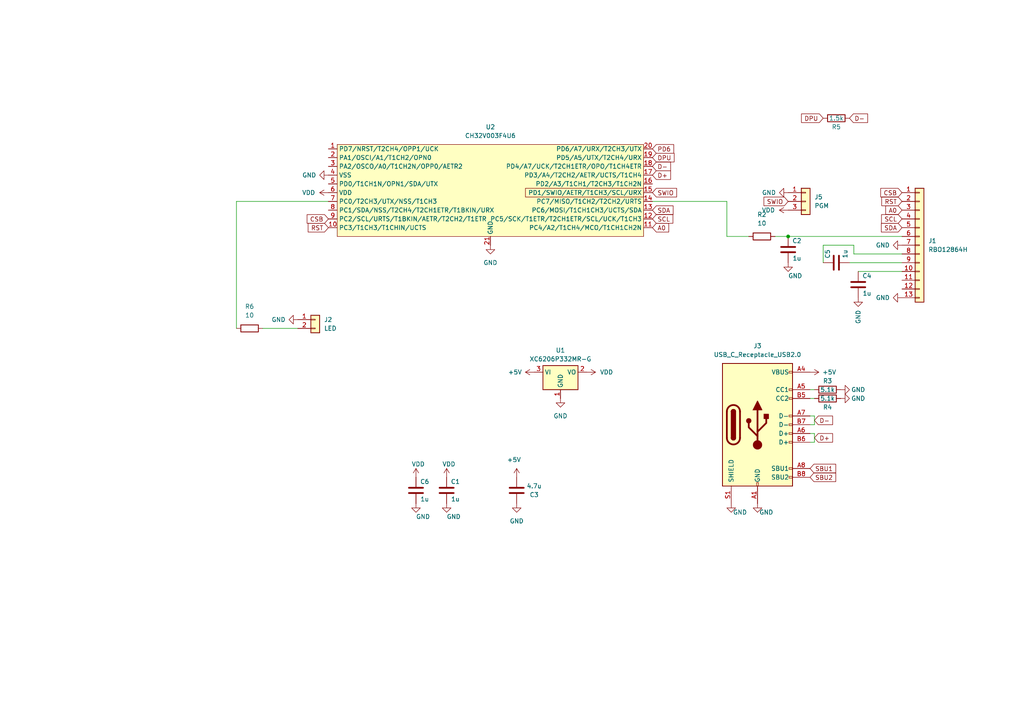
<source format=kicad_sch>
(kicad_sch (version 20231120) (generator "eeschema") (generator_version "8.0")
  (paper "A4")
  (lib_symbols
    (symbol "CH32V003F4U6:CH32V003F4U6"
      (property "Reference" "U" (at 0 0 0))
      (property "Value" "CH32V003F4U6" (at 0 3.81 0))
      (symbol "CH32V003F4U6_0_1"
        (rectangle (start -44.45 12.7) (end 44.45 -13.97) (fill (type background)))
        (rectangle (start 10.16 0) (end 44.45 -2.54) (fill (type background)))
      )
      (symbol "CH32V003F4U6_1_1"
        (pin bidirectional line (at -46.99 11.43 0) (length 2.54) (name "PD7/NRST/T2CH4/OPP1/UCK") (number "1"))
        (pin bidirectional line (at -46.99 -11.43 0) (length 2.54) (name "PC3/T1CH3/T1CHIN/UCTS") (number "10"))
        (pin bidirectional line (at 46.99 -11.43 180) (length 2.54) (name "PC4/A2/T1CH4/MCO/T1CH1CH2N") (number "11"))
        (pin bidirectional line (at 46.99 -8.89 180) (length 2.54) (name "PC5/SCK/T1ETR/T2CH1ETR/SCL/UCK/T1CH3") (number "12"))
        (pin bidirectional line (at 46.99 -6.35 180) (length 2.54) (name "PC6/MOSI/T1CH1CH3/UCTS/SDA") (number "13"))
        (pin bidirectional line (at 46.99 -3.81 180) (length 2.54) (name "PC7/MISO/T1CH2/T2CH2/URTS") (number "14"))
        (pin bidirectional line (at 46.99 -1.27 180) (length 2.54) (name "PD1/SWIO/AETR/T1CH3/SCL/URX") (number "15"))
        (pin bidirectional line (at 46.99 1.27 180) (length 2.54) (name "PD2/A3/T1CH1/T2CH3/T1CH2N") (number "16"))
        (pin bidirectional line (at 46.99 3.81 180) (length 2.54) (name "PD3/A4/T2CH2/AETR/UCTS/T1CH4") (number "17"))
        (pin bidirectional line (at 46.99 6.35 180) (length 2.54) (name "PD4/A7/UCK/T2CH1ETR/OPO/T1CH4ETR") (number "18"))
        (pin bidirectional line (at 46.99 8.89 180) (length 2.54) (name "PD5/A5/UTX/T2CH4/URX") (number "19"))
        (pin bidirectional line (at -46.99 8.89 0) (length 2.54) (name "PA1/OSCI/A1/T1CH2/OPN0") (number "2"))
        (pin bidirectional line (at 46.99 11.43 180) (length 2.54) (name "PD6/A7/URX/T2CH3/UTX") (number "20"))
        (pin bidirectional line (at 0 -16.51 90) (length 2.54) (name "GND") (number "21"))
        (pin bidirectional line (at -46.99 6.35 0) (length 2.54) (name "PA2/OSCO/A0/T1CH2N/OPP0/AETR2") (number "3"))
        (pin bidirectional line (at -46.99 3.81 0) (length 2.54) (name "VSS") (number "4"))
        (pin bidirectional line (at -46.99 1.27 0) (length 2.54) (name "PD0/T1CH1N/OPN1/SDA/UTX") (number "5"))
        (pin bidirectional line (at -46.99 -1.27 0) (length 2.54) (name "VDD") (number "6"))
        (pin bidirectional line (at -46.99 -3.81 0) (length 2.54) (name "PC0/T2CH3/UTX/NSS/T1CH3") (number "7"))
        (pin bidirectional line (at -46.99 -6.35 0) (length 2.54) (name "PC1/SDA/NSS/T2CH4/T2CH1ETR/T1BKIN/URX") (number "8"))
        (pin bidirectional line (at -46.99 -8.89 0) (length 2.54) (name "PC2/SCL/URTS/T1BKIN/AETR/T2CH2/T1ETR") (number "9"))
      )
    )
    (symbol "Connector:USB_C_Receptacle_USB2.0" (pin_names (offset 1.016))
      (property "Reference" "J" (at -10.16 19.05 0))
      (property "Value" "USB_C_Receptacle_USB2.0" (at 19.05 19.05 0))
      (symbol "USB_C_Receptacle_USB2.0_0_0"
        (rectangle (start -0.254 -17.78) (end 0.254 -16.764))
        (rectangle (start 10.16 -14.986) (end 9.144 -15.494))
        (rectangle (start 10.16 -12.446) (end 9.144 -12.954))
        (rectangle (start 10.16 -4.826) (end 9.144 -5.334))
        (rectangle (start 10.16 -2.286) (end 9.144 -2.794))
        (rectangle (start 10.16 0.254) (end 9.144 -0.254))
        (rectangle (start 10.16 2.794) (end 9.144 2.286))
        (rectangle (start 10.16 7.874) (end 9.144 7.366))
        (rectangle (start 10.16 10.414) (end 9.144 9.906))
        (rectangle (start 10.16 15.494) (end 9.144 14.986))
      )
      (symbol "USB_C_Receptacle_USB2.0_0_1"
        (rectangle (start -10.16 17.78) (end 10.16 -17.78) (stroke (width 0.254)) (fill (type background)))
        (arc (start -8.89 -3.81) (mid -6.985 -5.7067) (end -5.08 -3.81) (stroke (width 0.508)))
        (arc (start -7.62 -3.81) (mid -6.985 -4.4423) (end -6.35 -3.81) (stroke (width 0.254)))
        (arc (start -7.62 -3.81) (mid -6.985 -4.4423) (end -6.35 -3.81) (stroke (width 0.254)) (fill (type outline)))
        (rectangle (start -7.62 -3.81) (end -6.35 3.81) (stroke (width 0.254)) (fill (type outline)))
        (arc (start -6.35 3.81) (mid -6.985 4.4423) (end -7.62 3.81) (stroke (width 0.254)))
        (arc (start -6.35 3.81) (mid -6.985 4.4423) (end -7.62 3.81) (stroke (width 0.254)) (fill (type outline)))
        (arc (start -5.08 3.81) (mid -6.985 5.7067) (end -8.89 3.81) (stroke (width 0.508)))
        (circle (center -2.54 1.143) (radius 0.635) (stroke (width 0.254)) (fill (type outline)))
        (circle (center 0 -5.842) (radius 1.27) (fill (type outline)))
        (polyline (pts (xy -8.89 -3.81) (xy -8.89 3.81)) (stroke (width 0.508)))
        (polyline (pts (xy -5.08 3.81) (xy -5.08 -3.81)) (stroke (width 0.508)))
        (polyline (pts (xy 0 -5.842) (xy 0 4.318)) (stroke (width 0.508)))
        (polyline (pts (xy 0 -3.302) (xy -2.54 -0.762) (xy -2.54 0.508)) (stroke (width 0.508)))
        (polyline (pts (xy 0 -2.032) (xy 2.54 0.508) (xy 2.54 1.778)) (stroke (width 0.508)))
        (polyline (pts (xy -1.27 4.318) (xy 0 6.858) (xy 1.27 4.318) (xy -1.27 4.318)) (stroke (width 0.254)) (fill (type outline)))
        (rectangle (start 1.905 1.778) (end 3.175 3.048) (stroke (width 0.254)) (fill (type outline)))
      )
      (symbol "USB_C_Receptacle_USB2.0_1_1"
        (pin passive line (at 0 -22.86 90) (length 5.08) (name "GND") (number "A1"))
        (pin passive line (at 0 -22.86 90) (length 5.08) hide (name "GND") (number "A12"))
        (pin passive line (at 15.24 15.24 180) (length 5.08) (name "VBUS") (number "A4"))
        (pin bidirectional line (at 15.24 10.16 180) (length 5.08) (name "CC1") (number "A5"))
        (pin bidirectional line (at 15.24 -2.54 180) (length 5.08) (name "D+") (number "A6"))
        (pin bidirectional line (at 15.24 2.54 180) (length 5.08) (name "D-") (number "A7"))
        (pin bidirectional line (at 15.24 -12.7 180) (length 5.08) (name "SBU1") (number "A8"))
        (pin passive line (at 15.24 15.24 180) (length 5.08) hide (name "VBUS") (number "A9"))
        (pin passive line (at 0 -22.86 90) (length 5.08) hide (name "GND") (number "B1"))
        (pin passive line (at 0 -22.86 90) (length 5.08) hide (name "GND") (number "B12"))
        (pin passive line (at 15.24 15.24 180) (length 5.08) hide (name "VBUS") (number "B4"))
        (pin bidirectional line (at 15.24 7.62 180) (length 5.08) (name "CC2") (number "B5"))
        (pin bidirectional line (at 15.24 -5.08 180) (length 5.08) (name "D+") (number "B6"))
        (pin bidirectional line (at 15.24 0 180) (length 5.08) (name "D-") (number "B7"))
        (pin bidirectional line (at 15.24 -15.24 180) (length 5.08) (name "SBU2") (number "B8"))
        (pin passive line (at 15.24 15.24 180) (length 5.08) hide (name "VBUS") (number "B9"))
        (pin passive line (at -7.62 -22.86 90) (length 5.08) (name "SHIELD") (number "S1"))
      )
    )
    (symbol "Connector_Generic:Conn_01x02" (pin_names (offset 1.016) hide)
      (property "Reference" "J" (at 0 2.54 0))
      (property "Value" "Conn_01x02" (at 0 -5.08 0))
      (symbol "Conn_01x02_1_1"
        (rectangle (start -1.27 -2.413) (end 0 -2.667) (stroke (width 0.1524)))
        (rectangle (start -1.27 0.127) (end 0 -0.127) (stroke (width 0.1524)))
        (rectangle (start -1.27 1.27) (end 1.27 -3.81) (stroke (width 0.254)) (fill (type background)))
        (pin passive line (at -5.08 0 0) (length 3.81) (name "Pin_1") (number "1"))
        (pin passive line (at -5.08 -2.54 0) (length 3.81) (name "Pin_2") (number "2"))
      )
    )
    (symbol "Connector_Generic:Conn_01x03" (pin_names (offset 1.016) hide)
      (property "Reference" "J" (at 0 5.08 0))
      (property "Value" "Conn_01x03" (at 0 -5.08 0))
      (symbol "Conn_01x03_1_1"
        (rectangle (start -1.27 -2.413) (end 0 -2.667) (stroke (width 0.1524)))
        (rectangle (start -1.27 0.127) (end 0 -0.127) (stroke (width 0.1524)))
        (rectangle (start -1.27 2.667) (end 0 2.413) (stroke (width 0.1524)))
        (rectangle (start -1.27 3.81) (end 1.27 -3.81) (stroke (width 0.254)) (fill (type background)))
        (pin passive line (at -5.08 2.54 0) (length 3.81) (name "Pin_1") (number "1"))
        (pin passive line (at -5.08 0 0) (length 3.81) (name "Pin_2") (number "2"))
        (pin passive line (at -5.08 -2.54 0) (length 3.81) (name "Pin_3") (number "3"))
      )
    )
    (symbol "Connector_Generic:Conn_01x13" (pin_names (offset 1.016) hide)
      (property "Reference" "J" (at 0 17.78 0))
      (property "Value" "Conn_01x13" (at 0 -17.78 0))
      (symbol "Conn_01x13_1_1"
        (rectangle (start -1.27 -15.113) (end 0 -15.367) (stroke (width 0.1524)))
        (rectangle (start -1.27 -12.573) (end 0 -12.827) (stroke (width 0.1524)))
        (rectangle (start -1.27 -10.033) (end 0 -10.287) (stroke (width 0.1524)))
        (rectangle (start -1.27 -7.493) (end 0 -7.747) (stroke (width 0.1524)))
        (rectangle (start -1.27 -4.953) (end 0 -5.207) (stroke (width 0.1524)))
        (rectangle (start -1.27 -2.413) (end 0 -2.667) (stroke (width 0.1524)))
        (rectangle (start -1.27 0.127) (end 0 -0.127) (stroke (width 0.1524)))
        (rectangle (start -1.27 2.667) (end 0 2.413) (stroke (width 0.1524)))
        (rectangle (start -1.27 5.207) (end 0 4.953) (stroke (width 0.1524)))
        (rectangle (start -1.27 7.747) (end 0 7.493) (stroke (width 0.1524)))
        (rectangle (start -1.27 10.287) (end 0 10.033) (stroke (width 0.1524)))
        (rectangle (start -1.27 12.827) (end 0 12.573) (stroke (width 0.1524)))
        (rectangle (start -1.27 15.367) (end 0 15.113) (stroke (width 0.1524)))
        (rectangle (start -1.27 16.51) (end 1.27 -16.51) (stroke (width 0.254)) (fill (type background)))
        (pin passive line (at -5.08 15.24 0) (length 3.81) (name "Pin_1") (number "1"))
        (pin passive line (at -5.08 -7.62 0) (length 3.81) (name "Pin_10") (number "10"))
        (pin passive line (at -5.08 -10.16 0) (length 3.81) (name "Pin_11") (number "11"))
        (pin passive line (at -5.08 -12.7 0) (length 3.81) (name "Pin_12") (number "12"))
        (pin passive line (at -5.08 -15.24 0) (length 3.81) (name "Pin_13") (number "13"))
        (pin passive line (at -5.08 12.7 0) (length 3.81) (name "Pin_2") (number "2"))
        (pin passive line (at -5.08 10.16 0) (length 3.81) (name "Pin_3") (number "3"))
        (pin passive line (at -5.08 7.62 0) (length 3.81) (name "Pin_4") (number "4"))
        (pin passive line (at -5.08 5.08 0) (length 3.81) (name "Pin_5") (number "5"))
        (pin passive line (at -5.08 2.54 0) (length 3.81) (name "Pin_6") (number "6"))
        (pin passive line (at -5.08 0 0) (length 3.81) (name "Pin_7") (number "7"))
        (pin passive line (at -5.08 -2.54 0) (length 3.81) (name "Pin_8") (number "8"))
        (pin passive line (at -5.08 -5.08 0) (length 3.81) (name "Pin_9") (number "9"))
      )
    )
    (symbol "Device:C" (pin_numbers hide) (pin_names (offset 0.254))
      (property "Reference" "C" (at 0.635 2.54 0))
      (property "Value" "C" (at 0.635 -2.54 0))
      (symbol "C_0_1"
        (polyline (pts (xy -2.032 -0.762) (xy 2.032 -0.762)) (stroke (width 0.508)))
        (polyline (pts (xy -2.032 0.762) (xy 2.032 0.762)) (stroke (width 0.508)))
      )
      (symbol "C_1_1"
        (pin passive line (at 0 3.81 270) (length 2.794) (name "~") (number "1"))
        (pin passive line (at 0 -3.81 90) (length 2.794) (name "~") (number "2"))
      )
    )
    (symbol "Device:R" (pin_numbers hide) (pin_names (offset 0))
      (property "Reference" "R" (at 2.032 0 90))
      (property "Value" "R" (at 0 0 90))
      (symbol "R_0_1"
        (rectangle (start -1.016 -2.54) (end 1.016 2.54) (stroke (width 0.254)))
      )
      (symbol "R_1_1"
        (pin passive line (at 0 3.81 270) (length 1.27) (name "~") (number "1"))
        (pin passive line (at 0 -3.81 90) (length 1.27) (name "~") (number "2"))
      )
    )
    (symbol "Regulator_Linear:LM1117S-3.3"
      (property "Reference" "U" (at -3.81 3.175 0))
      (property "Value" "LM1117S-3.3" (at 0 3.175 0))
      (symbol "LM1117S-3.3_0_1"
        (rectangle (start -5.08 -5.08) (end 5.08 1.905) (stroke (width 0.254)) (fill (type background)))
      )
      (symbol "LM1117S-3.3_1_1"
        (pin power_in line (at 0 -7.62 90) (length 2.54) (name "GND") (number "1"))
        (pin power_out line (at 7.62 0 180) (length 2.54) (name "VO") (number "2"))
        (pin power_in line (at -7.62 0 0) (length 2.54) (name "VI") (number "3"))
      )
    )
    (symbol "power:+5V" (power) (pin_names (offset 0))
      (property "Value" "+5V" (at 0 3.556 0))
      (symbol "+5V_0_1"
        (polyline (pts (xy -0.762 1.27) (xy 0 2.54)))
        (polyline (pts (xy 0 0) (xy 0 2.54)))
        (polyline (pts (xy 0 2.54) (xy 0.762 1.27)))
      )
      (symbol "+5V_1_1"
        (pin power_in line (at 0 0 90) (length 0) hide (name "+5V") (number "1"))
      )
    )
    (symbol "power:GND" (power) (pin_names (offset 0))
      (property "Value" "GND" (at 0 -3.81 0))
      (symbol "GND_0_1"
        (polyline (pts (xy 0 0) (xy 0 -1.27) (xy 1.27 -1.27) (xy 0 -2.54) (xy -1.27 -1.27) (xy 0 -1.27)))
      )
      (symbol "GND_1_1"
        (pin power_in line (at 0 0 270) (length 0) hide (name "GND") (number "1"))
      )
    )
    (symbol "power:VDD" (power) (pin_names (offset 0))
      (property "Value" "VDD" (at 0 3.81 0))
      (symbol "VDD_0_1"
        (polyline (pts (xy -0.762 1.27) (xy 0 2.54)))
        (polyline (pts (xy 0 0) (xy 0 2.54)))
        (polyline (pts (xy 0 2.54) (xy 0.762 1.27)))
      )
      (symbol "VDD_1_1"
        (pin power_in line (at 0 0 90) (length 0) hide (name "VDD") (number "1"))
      )
    )
  )
  (junction (at 228.6 68.58))
  (wire (pts (xy 246.38 76.2) (xy 261.62 76.2)))
  (wire (pts (xy 236.22 120.65) (xy 236.22 123.19)))
  (wire (pts (xy 189.23 58.42) (xy 210.82 58.42)))
  (wire (pts (xy 236.22 120.65) (xy 234.95 120.65)))
  (wire (pts (xy 247.65 71.12) (xy 247.65 73.66)))
  (wire (pts (xy 248.92 78.74) (xy 261.62 78.74)))
  (wire (pts (xy 236.22 128.27) (xy 234.95 128.27)))
  (wire (pts (xy 247.65 73.66) (xy 261.62 73.66)))
  (wire (pts (xy 234.95 115.57) (xy 236.22 115.57)))
  (wire (pts (xy 210.82 58.42) (xy 210.82 68.58)))
  (wire (pts (xy 210.82 68.58) (xy 217.17 68.58)))
  (wire (pts (xy 236.22 125.73) (xy 236.22 128.27)))
  (wire (pts (xy 76.2 95.25) (xy 86.36 95.25)))
  (wire (pts (xy 234.95 123.19) (xy 236.22 123.19)))
  (wire (pts (xy 236.22 125.73) (xy 234.95 125.73)))
  (wire (pts (xy 238.76 76.2) (xy 238.76 71.12)))
  (wire (pts (xy 234.95 113.03) (xy 236.22 113.03)))
  (wire (pts (xy 238.76 71.12) (xy 247.65 71.12)))
  (wire (pts (xy 228.6 68.58) (xy 261.62 68.58)))
  (wire (pts (xy 224.79 68.58) (xy 228.6 68.58)))
  (wire (pts (xy 68.58 58.42) (xy 68.58 95.25)))
  (wire (pts (xy 95.25 58.42) (xy 68.58 58.42)))
  (global_label "D-" (shape input) (at 189.23 48.26 0) (property "Intersheetrefs" "${INTERSHEET_REFS}" (effects (hide yes))))
  (global_label "CSB" (shape input) (at 261.62 55.88 180) (property "Intersheetrefs" "${INTERSHEET_REFS}" (effects (hide yes))))
  (global_label "SCL" (shape input) (at 189.23 63.5 0) (property "Intersheetrefs" "${INTERSHEET_REFS}" (effects (hide yes))))
  (global_label "SWIO" (shape input) (at 228.6 58.42 180) (property "Intersheetrefs" "${INTERSHEET_REFS}" (effects (hide yes))))
  (global_label "D+" (shape input) (at 236.22 127 0) (property "Intersheetrefs" "${INTERSHEET_REFS}" (effects (hide yes))))
  (global_label "SDA" (shape input) (at 189.23 60.96 0) (property "Intersheetrefs" "${INTERSHEET_REFS}" (effects (hide yes))))
  (global_label "SBU1" (shape input) (at 234.95 135.89 0) (property "Intersheetrefs" "${INTERSHEET_REFS}" (effects (hide yes))))
  (global_label "A0" (shape input) (at 189.23 66.04 0) (property "Intersheetrefs" "${INTERSHEET_REFS}" (effects (hide yes))))
  (global_label "DPU" (shape input) (at 189.23 45.72 0) (property "Intersheetrefs" "${INTERSHEET_REFS}" (effects (hide yes))))
  (global_label "RST" (shape input) (at 95.25 66.04 180) (property "Intersheetrefs" "${INTERSHEET_REFS}" (effects (hide yes))))
  (global_label "A0" (shape input) (at 261.62 60.96 180) (property "Intersheetrefs" "${INTERSHEET_REFS}" (effects (hide yes))))
  (global_label "SWIO" (shape input) (at 189.23 55.88 0) (property "Intersheetrefs" "${INTERSHEET_REFS}" (effects (hide yes))))
  (global_label "DPU" (shape input) (at 238.76 34.29 180) (property "Intersheetrefs" "${INTERSHEET_REFS}" (effects (hide yes))))
  (global_label "PD6" (shape input) (at 189.23 43.18 0) (property "Intersheetrefs" "${INTERSHEET_REFS}" (effects (hide yes))))
  (global_label "D-" (shape input) (at 246.38 34.29 0) (property "Intersheetrefs" "${INTERSHEET_REFS}" (effects (hide yes))))
  (global_label "CSB" (shape input) (at 95.25 63.5 180) (property "Intersheetrefs" "${INTERSHEET_REFS}" (effects (hide yes))))
  (global_label "SBU2" (shape input) (at 234.95 138.43 0) (property "Intersheetrefs" "${INTERSHEET_REFS}" (effects (hide yes))))
  (global_label "RST" (shape input) (at 261.62 58.42 180) (property "Intersheetrefs" "${INTERSHEET_REFS}" (effects (hide yes))))
  (global_label "SCL" (shape input) (at 261.62 63.5 180) (property "Intersheetrefs" "${INTERSHEET_REFS}" (effects (hide yes))))
  (global_label "D-" (shape input) (at 236.22 121.92 0) (property "Intersheetrefs" "${INTERSHEET_REFS}" (effects (hide yes))))
  (global_label "SDA" (shape input) (at 261.62 66.04 180) (property "Intersheetrefs" "${INTERSHEET_REFS}" (effects (hide yes))))
  (global_label "D+" (shape input) (at 189.23 50.8 0) (property "Intersheetrefs" "${INTERSHEET_REFS}" (effects (hide yes))))
  (symbol (lib_id "power:VDD") (at 129.54 138.43 0) (unit 1)
    (property "Reference" "#PWR011" (effects (hide yes)))
    (property "Value" "VDD" (at 128.27 134.62 0) (effects (justify left)))
  )
  (symbol (lib_id "Device:C") (at 228.6 72.39 180) (unit 1)
    (property "Reference" "C2" (at 231.14 69.85 0))
    (property "Value" "1u" (at 231.14 74.93 0))
    (property "Footprint" "Resistor_SMD:R_0402_1005Metric" (effects (hide yes)))
    (property "LCSC" "C52923" (effects (hide yes)))
  )
  (symbol (lib_id "Connector_Generic:Conn_01x02") (at 91.44 92.71 0) (unit 1)
    (property "Reference" "J2" (at 93.98 92.71 0) (effects (justify left)))
    (property "Value" "LED" (at 93.98 95.25 0) (effects (justify left)))
    (property "Footprint" "Connector_PinHeader_2.00mm:PinHeader_1x02_P2.00mm_Vertical" (effects (hide yes)))
  )
  (symbol (lib_id "power:GND") (at 86.36 92.71 270) (unit 1)
    (property "Reference" "#PWR05" (effects (hide yes)))
    (property "Value" "GND" (at 78.74 92.71 90) (effects (justify left)))
  )
  (symbol (lib_id "Device:C") (at 129.54 142.24 180) (unit 1)
    (property "Reference" "C1" (at 132.08 139.7 0))
    (property "Value" "1u" (at 132.08 144.78 0))
    (property "Footprint" "Resistor_SMD:R_0402_1005Metric" (effects (hide yes)))
    (property "LCSC" "C52923" (effects (hide yes)))
  )
  (symbol (lib_id "power:VDD") (at 95.25 55.88 90) (unit 1)
    (property "Reference" "#PWR010" (effects (hide yes)))
    (property "Value" "VDD" (at 91.44 55.8799 90) (effects (justify left)))
  )
  (symbol (lib_id "power:+5V") (at 149.86 138.43 0) (unit 1)
    (property "Reference" "#PWR016" (effects (hide yes)))
    (property "Value" "+5V" (at 151.13 133.35 0) (effects (justify right)))
  )
  (symbol (lib_id "CH32V003F4U6:CH32V003F4U6") (at 142.24 54.61 0) (unit 1)
    (property "Reference" "U2" (at 142.24 36.83 0))
    (property "Value" "CH32V003F4U6" (at 142.24 39.37 0))
    (property "Footprint" "Package_DFN_QFN:QFN-20-1EP_3x3mm_P0.4mm_EP1.65x1.65mm" (effects (hide yes)))
    (property "LCSC" "C5299908" (effects (hide yes)))
  )
  (symbol (lib_id "Device:R") (at 220.98 68.58 90) (unit 1)
    (property "Reference" "R2" (at 220.98 62.23 90))
    (property "Value" "10" (at 220.98 64.77 90))
    (property "Footprint" "Resistor_SMD:R_0402_1005Metric" (effects (hide yes)))
    (property "LCSC" "C25077" (effects (hide yes)))
  )
  (symbol (lib_id "power:GND") (at 212.09 146.05 0) (unit 1)
    (property "Reference" "#PWR022" (effects (hide yes)))
    (property "Value" "GND" (at 214.63 148.59 0))
  )
  (symbol (lib_id "Device:R") (at 242.57 34.29 90) (unit 1)
    (property "Reference" "R5" (at 242.57 36.83 90))
    (property "Value" "1.5k" (at 242.57 34.29 90))
    (property "Footprint" "Resistor_SMD:R_0402_1005Metric" (effects (hide yes)))
    (property "LCSC" "C25867" (effects (hide yes)))
  )
  (symbol (lib_id "power:GND") (at 219.71 146.05 0) (unit 1)
    (property "Reference" "#PWR024" (effects (hide yes)))
    (property "Value" "GND" (at 222.25 148.59 0))
  )
  (symbol (lib_id "power:GND") (at 120.65 146.05 0) (unit 1)
    (property "Reference" "#PWR013" (effects (hide yes)))
    (property "Value" "GND" (at 120.65 149.86 0) (effects (justify left)))
  )
  (symbol (lib_id "Device:R") (at 72.39 95.25 90) (unit 1)
    (property "Reference" "R6" (at 72.39 88.9 90))
    (property "Value" "10" (at 72.39 91.44 90))
    (property "Footprint" "Resistor_SMD:R_0402_1005Metric" (effects (hide yes)))
    (property "LCSC" "C25077" (effects (hide yes)))
  )
  (symbol (lib_id "power:GND") (at 228.6 55.88 270) (unit 1)
    (property "Reference" "#PWR026" (effects (hide yes)))
    (property "Value" "GND" (at 220.98 55.88 90) (effects (justify left)))
  )
  (symbol (lib_id "power:VDD") (at 170.18 107.95 270) (unit 1)
    (property "Reference" "#PWR021" (effects (hide yes)))
    (property "Value" "VDD" (at 173.99 107.95 90) (effects (justify left)))
  )
  (symbol (lib_id "Device:C") (at 242.57 76.2 270) (unit 1)
    (property "Reference" "C5" (at 240.03 73.66 0))
    (property "Value" "1u" (at 245.11 73.66 0))
    (property "Footprint" "Resistor_SMD:R_0402_1005Metric" (effects (hide yes)))
    (property "LCSC" "C52923" (effects (hide yes)))
  )
  (symbol (lib_id "power:VDD") (at 228.6 60.96 90) (unit 1)
    (property "Reference" "#PWR027" (effects (hide yes)))
    (property "Value" "VDD" (at 224.79 60.9599 90) (effects (justify left)))
  )
  (symbol (lib_id "Regulator_Linear:LM1117S-3.3") (at 162.56 107.95 0) (unit 1)
    (property "Reference" "U1" (at 162.56 101.6 0))
    (property "Value" "XC6206P332MR-G" (at 162.56 104.14 0))
    (property "Footprint" "Package_TO_SOT_SMD:SOT-23" (effects (hide yes)))
    (property "Datasheet" "http://www.ti.com/lit/ds/symlink/lm1117.pdf" (effects (hide yes)))
    (property "LCSC" "C5446" (effects (hide yes)))
  )
  (symbol (lib_id "Connector_Generic:Conn_01x13") (at 266.7 71.12 0) (unit 1) (in_bom no)
    (property "Reference" "J1" (at 269.24 69.85 0) (effects (justify left)))
    (property "Value" "RBO12864H" (at 269.24 72.39 0) (effects (justify left)))
    (property "Footprint" "cnhardware:RBO12864H-WFI" (effects (hide yes)))
  )
  (symbol (lib_id "Device:C") (at 149.86 142.24 180) (unit 1)
    (property "Reference" "C3" (at 154.94 143.51 0))
    (property "Value" "4.7u" (at 154.94 140.97 0))
    (property "Footprint" "Resistor_SMD:R_0402_1005Metric" (effects (hide yes)))
    (property "LCSC" "C23733" (effects (hide yes)))
  )
  (symbol (lib_id "power:GND") (at 162.56 115.57 0) (unit 1)
    (property "Reference" "#PWR020" (effects (hide yes)))
    (property "Value" "GND" (at 162.56 120.65 0))
  )
  (symbol (lib_id "Device:R") (at 240.03 115.57 90) (unit 1)
    (property "Reference" "R4" (at 240.03 118.11 90))
    (property "Value" "5.1k" (at 240.03 115.57 90))
    (property "Footprint" "Resistor_SMD:R_0402_1005Metric" (effects (hide yes)))
    (property "LCSC" "C25905" (effects (hide yes)))
  )
  (symbol (lib_id "power:GND") (at 243.84 115.57 90) (unit 1)
    (property "Reference" "#PWR031" (effects (hide yes)))
    (property "Value" "GND" (at 248.92 115.57 90))
  )
  (symbol (lib_id "power:+5V") (at 154.94 107.95 90) (unit 1)
    (property "Reference" "#PWR018" (effects (hide yes)))
    (property "Value" "+5V" (at 147.32 107.95 90) (effects (justify right)))
  )
  (symbol (lib_id "power:GND") (at 95.25 50.8 270) (unit 1)
    (property "Reference" "#PWR09" (effects (hide yes)))
    (property "Value" "GND" (at 87.63 50.8 90) (effects (justify left)))
  )
  (symbol (lib_id "power:GND") (at 261.62 71.12 270) (unit 1)
    (property "Reference" "#PWR03" (effects (hide yes)))
    (property "Value" "GND" (at 254 71.12 90) (effects (justify left)))
  )
  (symbol (lib_id "Device:C") (at 248.92 82.55 180) (unit 1)
    (property "Reference" "C4" (at 251.46 80.01 0))
    (property "Value" "1u" (at 251.46 85.09 0))
    (property "Footprint" "Resistor_SMD:R_0402_1005Metric" (effects (hide yes)))
    (property "LCSC" "C52923" (effects (hide yes)))
  )
  (symbol (lib_id "Connector_Generic:Conn_01x03") (at 233.68 58.42 0) (unit 1)
    (property "Reference" "J5" (at 236.22 57.15 0) (effects (justify left)))
    (property "Value" "PGM" (at 236.22 59.69 0) (effects (justify left)))
    (property "Footprint" "Connector_PinHeader_2.54mm:PinHeader_1x03_P2.54mm_Vertical" (effects (hide yes)))
  )
  (symbol (lib_id "power:GND") (at 243.84 113.03 90) (unit 1)
    (property "Reference" "#PWR030" (effects (hide yes)))
    (property "Value" "GND" (at 248.92 113.03 90))
  )
  (symbol (lib_id "power:GND") (at 228.6 76.2 0) (unit 1)
    (property "Reference" "#PWR07" (effects (hide yes)))
    (property "Value" "GND" (at 228.6 80.01 0) (effects (justify left)))
  )
  (symbol (lib_id "power:GND") (at 248.92 86.36 0) (unit 1)
    (property "Reference" "#PWR02" (effects (hide yes)))
    (property "Value" "GND" (at 248.92 93.98 90) (effects (justify left)))
  )
  (symbol (lib_id "Connector:USB_C_Receptacle_USB2.0") (at 219.71 123.19 0) (unit 1)
    (property "Reference" "J3" (at 219.71 100.33 0))
    (property "Value" "USB_C_Receptacle_USB2.0" (at 219.71 102.87 0))
    (property "Footprint" "Connector_USB:USB_C_Receptacle_HRO_TYPE-C-31-M-12" (effects (hide yes)))
    (property "Datasheet" "https://www.usb.org/sites/default/files/documents/usb_type-c.zip" (effects (hide yes)))
    (property "LCSC" "C2765186" (effects (hide yes)))
  )
  (symbol (lib_id "Device:C") (at 120.65 142.24 180) (unit 1)
    (property "Reference" "C6" (at 123.19 139.7 0))
    (property "Value" "1u" (at 123.19 144.78 0))
    (property "Footprint" "Resistor_SMD:R_0402_1005Metric" (effects (hide yes)))
    (property "LCSC" "C52923" (effects (hide yes)))
  )
  (symbol (lib_id "power:GND") (at 142.24 71.12 0) (unit 1)
    (property "Reference" "#PWR015" (effects (hide yes)))
    (property "Value" "GND" (at 142.24 76.2 0))
  )
  (symbol (lib_id "power:+5V") (at 234.95 107.95 270) (unit 1)
    (property "Reference" "#PWR028" (effects (hide yes)))
    (property "Value" "+5V" (at 242.57 107.95 90) (effects (justify right)))
  )
  (symbol (lib_id "power:VDD") (at 120.65 138.43 0) (unit 1)
    (property "Reference" "#PWR08" (effects (hide yes)))
    (property "Value" "VDD" (at 119.38 134.62 0) (effects (justify left)))
  )
  (symbol (lib_id "Device:R") (at 240.03 113.03 90) (unit 1)
    (property "Reference" "R3" (at 240.03 110.49 90))
    (property "Value" "5.1k" (at 240.03 113.03 90))
    (property "Footprint" "Resistor_SMD:R_0402_1005Metric" (effects (hide yes)))
    (property "LCSC" "C25905" (effects (hide yes)))
  )
  (symbol (lib_id "power:GND") (at 129.54 146.05 0) (unit 1)
    (property "Reference" "#PWR012" (effects (hide yes)))
    (property "Value" "GND" (at 129.54 149.86 0) (effects (justify left)))
  )
  (symbol (lib_id "power:GND") (at 261.62 86.36 270) (unit 1)
    (property "Reference" "#PWR01" (effects (hide yes)))
    (property "Value" "GND" (at 254 86.36 90) (effects (justify left)))
  )
  (symbol (lib_id "power:GND") (at 149.86 146.05 0) (unit 1)
    (property "Reference" "#PWR017" (effects (hide yes)))
    (property "Value" "GND" (at 149.86 151.13 0))
  )
)
</source>
